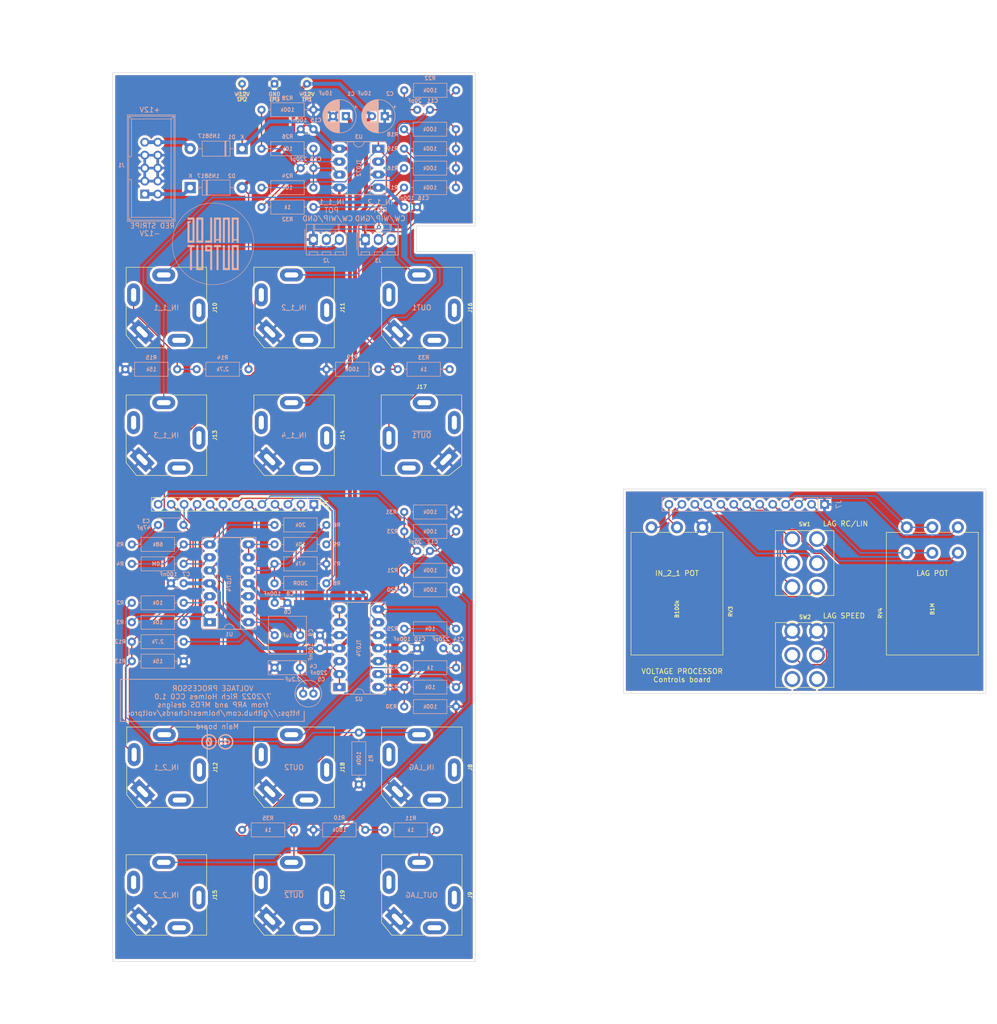
<source format=kicad_pcb>
(kicad_pcb (version 20211014) (generator pcbnew)
  (layers (0 "F.Cu" signal) (31 "B.Cu" signal) (34 "B.Paste" user) (35 "F.Paste" user) (36 "B.SilkS" user "B.Silkscreen") (37 "F.SilkS" user "F.Silkscreen") (38 "B.Mask" user) (39 "F.Mask" user) (44 "Edge.Cuts" user))
  (net 0 "")
  (net 1 "+12V")
  (net 2 "GND")
  (net 3 "-12V")
  (net 4 "/+12_IN")
  (net 5 "/-12_IN")
  (net 6 "/Linear and RC lag/LIN_IN")
  (net 7 "Net-(C3-Pad2)")
  (net 8 "/Linear and RC lag/LAG_RC_WIP")
  (net 9 "/Linear and RC lag/RC_SPEED")
  (net 10 "/Linear and RC lag/LAG_LIN_WIP")
  (net 11 "/Linear and RC lag/LIN_OUT")
  (net 12 "/Summers/IN_1_1_CW")
  (net 13 "/Summers/IN_1_1_WIP")
  (net 14 "/Summers/IN_1_2_CW")
  (net 15 "/Summers/IN_1_2_WIP")
  (net 16 "/Linear and RC lag/LIN_SPEED")
  (net 17 "/Linear and RC lag/LAG_LIN_CCW")
  (net 18 "/Linear and RC lag/LAG_OUT")
  (net 19 "/Linear and RC lag/RC_OUT")
  (net 20 "/Linear and RC lag/LAG_IN")
  (net 21 "/Summers/IN_2_1_WIP")
  (net 22 "GND1")
  (net 23 "/Panel components/RC_SPEED")
  (net 24 "/Panel components/LIN_SPEED")
  (net 25 "/Panel components/LAG_OUT")
  (net 26 "/Panel components/RC_OUT")
  (net 27 "/Panel components/LIN_OUT")
  (net 28 "/Panel components/LAG_IN")
  (net 29 "/Panel components/RC_IN")
  (net 30 "/Panel components/LIN_IN")
  (net 31 "/Panel components/IN_2_1_WIP")
  (net 32 "/Panel components/IN_2_1_CW")
  (net 33 "/Linear and RC lag/IN_LAG_B")
  (net 34 "/Linear and RC lag/OUT_LAG_B")
  (net 35 "/Summers/-10V")
  (net 36 "/Summers/+10V")
  (net 37 "/Summers/IN1_3")
  (net 38 "/Summers/IN1_4")
  (net 39 "/Summers/IN_2_1_CW")
  (net 40 "/Summers/OUT1")
  (net 41 "/Summers/~{OUT1}")
  (net 42 "/Summers/OUT2")
  (net 43 "/Summers/~{OUT2}")
  (net 44 "Net-(U2-Pad6)")
  (net 45 "Net-(C11-Pad1)")
  (net 46 "Net-(C11-Pad2)")
  (net 47 "Net-(C12-Pad1)")
  (net 48 "Net-(C12-Pad2)")
  (net 49 "Net-(C13-Pad1)")
  (net 50 "Net-(C13-Pad2)")
  (net 51 "Net-(C14-Pad1)")
  (net 52 "Net-(C14-Pad2)")
  (net 53 "Net-(R2-Pad2)")
  (net 54 "Net-(R3-Pad1)")
  (net 55 "Net-(R4-Pad2)")
  (net 56 "Net-(R6-Pad2)")
  (net 57 "Net-(R9-Pad1)")
  (net 60 "/Panel components/LAG_RC_WIP")
  (net 61 "/Panel components/LAG_LIN_CCW")
  (net 62 "/Panel components/LAG_LIN_WIP")
  (net 63 "/Summers/IN_2_2")
  (footprint "ao_tht:TestPoint_THTPad_D1.5mm_Drill0.7mm" (layer "F.Cu") (at 102.54 16.18 180)
    (fp_text reference "TP1")
    (fp_text value "-12V")
  )
  (footprint "ao_tht:Board_Marker" (layer "F.Cu") (at 98 14)
    (fp_text reference "B1")
    (fp_text value "Board")
  )
  (footprint "ao_tht:Jack_6.35mm_PJ_629HAN_slots" (layer "F.Cu") (at 100 150 -90)
    (fp_text reference "J18")
    (fp_text value "Jack")
  )
  (footprint "ao_tht:Potentiometer_Alpha_16mm_Dual_Vertical" (layer "F.Cu") (at 225 119 -90)
    (fp_text reference "RV4")
    (fp_text value "B1M")
  )
  (footprint "ao_tht:Jack_6.35mm_PJ_629HAN_slots" (layer "F.Cu") (at 125 175 -90)
    (fp_text reference "J9")
    (fp_text value "Jack")
  )
  (footprint "ao_tht:Jack_6.35mm_PJ_629HAN_slots" (layer "F.Cu") (at 75 175 -90)
    (fp_text reference "J15")
    (fp_text value "Jack")
  )
  (footprint "ao_tht:Jack_6.35mm_PJ_629HAN_slots" (layer "F.Cu") (at 125 150 -90)
    (fp_text reference "J8")
    (fp_text value "Jack")
  )
  (footprint "ao_tht:Jack_6.35mm_PJ_629HAN_slots" (layer "F.Cu") (at 125 85)
    (fp_text reference "J17")
    (fp_text value "Jack")
  )
  (footprint "ao_tht:DPDT-toggle-switch-1M-seriesx" (layer "F.Cu") (at 200 128 180)
    (fp_text reference "SW2")
    (fp_text value "SW_DPDT_x2")
  )
  (footprint "ao_tht:Jack_6.35mm_PJ_629HAN_slots" (layer "F.Cu") (at 100 175 -90)
    (fp_text reference "J19")
    (fp_text value "Jack")
  )
  (footprint "voltproc:voltproc_panel_holes" (layer "F.Cu") (at 200 100)
    (fp_text reference "GRAF1" hide)
    (fp_text value "Holes" hide)
  )
  (footprint "ao_tht:DPDT-toggle-switch-1M-seriesx" (layer "F.Cu") (at 200 110)
    (fp_text reference "SW1")
    (fp_text value "SW_DPDT_x2")
  )
  (footprint "ao_tht:Jack_6.35mm_PJ_629HAN_slots" (layer "F.Cu") (at 75.108 150 -90)
    (fp_text reference "J12")
    (fp_text value "Jack")
  )
  (footprint "ao_tht:Jack_6.35mm_PJ_629HAN_slots" (layer "F.Cu") (at 75 85 -90)
    (fp_text reference "J13")
    (fp_text value "Jack")
  )
  (footprint "ao_tht:Jack_6.35mm_PJ_629HAN_slots" (layer "F.Cu") (at 100 85 -90)
    (fp_text reference "J14")
    (fp_text value "Jack")
  )
  (footprint "ao_tht:TestPoint_THTPad_D1.5mm_Drill0.7mm" (layer "F.Cu") (at 89.84 16.18 180)
    (fp_text reference "TP2")
    (fp_text value "+12V")
  )
  (footprint "ao_tht:Board_Marker" (layer "F.Cu") (at 200 95.5)
    (fp_text reference "B2")
    (fp_text value "Board")
  )
  (footprint "ao_tht:Potentiometer_Alpha_16mm_Single_Vertical" (layer "F.Cu") (at 175 119 -90)
    (fp_text reference "RV3")
    (fp_text value "B100k")
  )
  (footprint "ao_tht:TestPoint_THTPad_D1.5mm_Drill0.7mm" (layer "F.Cu") (at 96.19 16.18 180)
    (fp_text reference "TP3")
    (fp_text value "GND")
  )
  (footprint "Connector_PinHeader_2.54mm:PinHeader_1x13_P2.54mm_Vertical" (layer "F.Cu") (at 103.9 98.5 -90)
    (fp_text reference "J4")
    (fp_text value "Conn_01x13")
  )
  (footprint "ao_tht:Jack_6.35mm_PJ_629HAN_slots" (layer "F.Cu") (at 75 60 -90)
    (fp_text reference "J10")
    (fp_text value "Jack")
  )
  (footprint "ao_tht:Jack_6.35mm_PJ_629HAN_slots" (layer "F.Cu") (at 100 60 -90)
    (fp_text reference "J11")
    (fp_text value "Jack")
  )
  (footprint "ao_tht:Jack_6.35mm_PJ_629HAN_slots" (layer "F.Cu") (at 125 60 -90)
    (fp_text reference "J16")
    (fp_text value "Jack")
  )
  (footprint "ao_tht:R_Axial_DIN0207_L6.3mm_D2.5mm_P10.16mm_Horizontal" (layer "B.Cu") (at 131.75 103.81 180)
    (fp_text reference "R23")
    (fp_text value "100k")
  )
  (footprint "ao_tht:R_Axial_DIN0207_L6.3mm_D2.5mm_P10.16mm_Horizontal" (layer "B.Cu") (at 78.41 129.21 180)
    (fp_text reference "R13")
    (fp_text value "15k")
  )
  (footprint "ao_tht:C_Disc_D3.0mm_W1.6mm_P2.50mm" (layer "B.Cu") (at 124.13 126.67 180)
    (fp_text reference "C10")
    (fp_text value "100nF")
  )
  (footprint "ao_tht:C_Radial_D5.0mm_H11.0mm_P2.00mm" (layer "B.Cu") (at 103.81 135.56 180)
    (fp_text reference "C5")
    (fp_text value "2.2uF")
  )
  (footprint "ao_tht:R_Axial_DIN0207_L6.3mm_D2.5mm_P10.16mm_Horizontal" (layer "B.Cu") (at 66.98 72.06)
    (fp_text reference "R15")
    (fp_text value "15k")
  )
  (footprint "ao_tht:C_Disc_D3.0mm_W1.6mm_P2.50mm" (layer "B.Cu") (at 126.63 107.62 180)
    (fp_text reference "C12")
    (fp_text value "20pF")
  )
  (footprint "ao_tht:R_Axial_DIN0207_L6.3mm_D2.5mm_P10.16mm_Horizontal" (layer "B.Cu") (at 131.75 122.86 180)
    (fp_text reference "R25")
    (fp_text value "10k")
  )
  (footprint "ao_tht:R_Axial_DIN0207_L6.3mm_D2.5mm_P10.16mm_Horizontal" (layer "B.Cu") (at 121.59 138.1)
    (fp_text reference "R30")
    (fp_text value "100k")
  )
  (footprint "ao_tht:R_Axial_DIN0207_L6.3mm_D2.5mm_P10.16mm_Horizontal" (layer "B.Cu") (at 121.59 100)
    (fp_text reference "R31")
    (fp_text value "100k")
  )
  (footprint "ao_tht:R_Axial_DIN0207_L6.3mm_D2.5mm_P10.16mm_Horizontal" (layer "B.Cu") (at 121.55 25.07)
    (fp_text reference "R18")
    (fp_text value "100k")
  )
  (footprint "ao_tht:R_Axial_DIN0207_L6.3mm_D2.5mm_P10.16mm_Horizontal" (layer "B.Cu") (at 93.65 21.26)
    (fp_text reference "R28")
    (fp_text value "100k")
  )
  (footprint "ao_tht:R_Axial_DIN0207_L6.3mm_D2.5mm_P10.16mm_Horizontal" (layer "B.Cu") (at 121.55 32.69)
    (fp_text reference "R16")
    (fp_text value "100k")
  )
  (footprint "ao_tht:R_Axial_DIN0207_L6.3mm_D2.5mm_P10.16mm_Horizontal" (layer "B.Cu") (at 96.19 102.54)
    (fp_text reference "R6")
    (fp_text value "20k")
  )
  (footprint "ao_tht:R_Axial_DIN0207_L6.3mm_D2.5mm_P10.16mm_Horizontal" (layer "B.Cu") (at 131.75 111.43 180)
    (fp_text reference "R21")
    (fp_text value "100k")
  )
  (footprint "ao_tht:R_Axial_DIN0207_L6.3mm_D2.5mm_P10.16mm_Horizontal" (layer "B.Cu") (at 112.7 153.34 90)
    (fp_text reference "R1")
    (fp_text value "100k")
  )
  (footprint "ao_tht:R_Axial_DIN0207_L6.3mm_D2.5mm_P10.16mm_Horizontal" (layer "B.Cu") (at 93.65 40.31)
    (fp_text reference "R32")
    (fp_text value "1k")
  )
  (footprint "ao_tht:C_Disc_D3.0mm_W1.6mm_P2.50mm" (layer "B.Cu") (at 105.08 126.67 90)
    (fp_text reference "C9")
    (fp_text value "100nF")
  )
  (footprint "ao_tht:CP_Radial_D6.3mm_P2.50mm" (layer "B.Cu") (at 110.16 22.53 180)
    (fp_text reference "C1")
    (fp_text value "10uF")
  )
  (footprint "ao_tht:R_Axial_DIN0207_L6.3mm_D2.5mm_P10.16mm_Horizontal" (layer "B.Cu") (at 131.75 17.45 180)
    (fp_text reference "R22")
    (fp_text value "100k")
  )
  (footprint "ao_tht:DIP-14_W7.62mm_Socket_LongPads" (layer "B.Cu") (at 108.9 134.295)
    (fp_text reference "U2")
    (fp_text value "TL074")
  )
  (footprint "ao_tht:C_Disc_D5.0mm_W2.5mm_P5.00mm" (layer "B.Cu") (at 78.38 102.545 180)
    (fp_text reference "C3")
    (fp_text value "47pF")
  )
  (footprint "ao_tht:R_Axial_DIN0207_L6.3mm_D2.5mm_P10.16mm_Horizontal" (layer "B.Cu") (at 68.25 125.4)
    (fp_text reference "R12")
    (fp_text value "2.7k")
  )
  (footprint "ao_tht:Power_Header" (layer "B.Cu") (at 70.79 37.77)
    (fp_text reference "J1")
    (fp_text value "Synth_power_2x5")
  )
  (footprint "ao_tht:analogoutput" (layer "B.Cu") (at 84.166754 47.506251 180)
    (fp_text reference "GRAF3" hide)
    (fp_text value "AO logo" hide)
  )
  (footprint "ao_tht:C_Disc_D3.0mm_W1.6mm_P2.50mm" (layer "B.Cu") (at 131.75 126.67 180)
    (fp_text reference "C14")
    (fp_text value "220pF")
  )
  (footprint "ao_tht:CP_Radial_D6.3mm_P2.50mm" (layer "B.Cu") (at 117.78 22.53 180)
    (fp_text reference "C2")
    (fp_text value "10uF")
  )
  (footprint "ao_tht:R_Axial_DIN0207_L6.3mm_D2.5mm_P10.16mm_Horizontal" (layer "B.Cu") (at 68.25 117.78)
    (fp_text reference "R2")
    (fp_text value "10k")
  )
  (footprint "ao_tht:R_Axial_DIN0207_L6.3mm_D2.5mm_P10.16mm_Horizontal" (layer "B.Cu") (at 96.19 113.97)
    (fp_text reference "R8")
    (fp_text value "200R")
  )
  (footprint "ao_tht:R_Axial_DIN0207_L6.3mm_D2.5mm_P10.16mm_Horizontal" (layer "B.Cu") (at 131.75 130.48 180)
    (fp_text reference "R34")
    (fp_text value "1k")
  )
  (footprint "ao_tht:R_Axial_DIN0207_L6.3mm_D2.5mm_P10.16mm_Horizontal" (layer "B.Cu") (at 96.19 106.35)
    (fp_text reference "R9")
    (fp_text value "10k")
  )
  (footprint "ao_tht:Molex_KK-254_AE-6410-03A_1x03_P2.54mm_Vertical" (layer "B.Cu") (at 103.81 46.66)
    (fp_text reference "J2")
    (fp_text value "3_pin_Molex_header")
  )
  (footprint "ao_tht:C_Disc_D3.0mm_W1.6mm_P2.50mm" (layer "B.Cu") (at 103.81 32.69 180)
    (fp_text reference "C13")
    (fp_text value "220pF")
  )
  (footprint "ao_tht:R_Axial_DIN0207_L6.3mm_D2.5mm_P10.16mm_Horizontal" (layer "B.Cu") (at 80.95 72.06)
    (fp_text reference "R14")
    (fp_text value "2.7k")
  )
  (footprint "ao_tht:R_Axial_DIN0207_L6.3mm_D2.5mm_P10.16mm_Horizontal" (layer "B.Cu") (at 68.25 106.35)
    (fp_text reference "R5")
    (fp_text value "68k")
  )
  (footprint "Connector_PinSocket_2.54mm:PinSocket_1x13_P2.54mm_Vertical" (layer "B.Cu") (at 203.9 98.5 90)
    (fp_text reference "J7")
    (fp_text value "Conn_01x13")
  )
  (footprint "ao_tht:R_Axial_DIN0207_L6.3mm_D2.5mm_P10.16mm_Horizontal" (layer "B.Cu") (at 93.65 36.5)
    (fp_text reference "R24")
    (fp_text value "10k")
  )
  (footprint "ao_tht:C_Rect_L7.2mm_W7.2mm_P5.00mm_FKS2_FKP2_MKS2_MKP2" (layer "B.Cu") (at 101.23 124.13 180)
    (fp_text reference "C6")
    (fp_text value "1uF")
  )
  (footprint "ao_tht:C_Disc_D3.0mm_W1.6mm_P2.50mm" (layer "B.Cu") (at 78.41 113.97 180)
    (fp_text reference "C7")
    (fp_text value "100nF")
  )
  (footprint "ao_tht:Molex_KK-254_AE-6410-03A_1x03_P2.54mm_Vertical" (layer "B.Cu") (at 113.97 46.66)
    (fp_text reference "J3")
    (fp_text value "3_pin_Molex_header")
  )
  (footprint "ao_tht:R_Axial_DIN0207_L6.3mm_D2.5mm_P10.16mm_Horizontal" (layer "B.Cu") (at 113.97 162.23 180)
    (fp_text reference "R10")
    (fp_text value "100k")
  )
  (footprint "ao_tht:C_Disc_D3.0mm_W1.6mm_P2.50mm" (layer "B.Cu") (at 103.81 25.07 180)
    (fp_text reference "C15")
    (fp_text value "100nF")
  )
  (footprint "ao_tht:D_DO-41_SOD81_P10.16mm_Horizontal" (layer "B.Cu") (at 79.68 36.5)
    (fp_text reference "D2")
    (fp_text value "1N5817")
  )
  (footprint "ao_tht:R_Axial_DIN0207_L6.3mm_D2.5mm_P10.16mm_Horizontal" (layer "B.Cu") (at 96.19 110.16)
    (fp_text reference "R7")
    (fp_text value "47k")
  )
  (footprint "ao_tht:C_Disc_D3.0mm_W1.6mm_P2.50mm" (layer "B.Cu") (at 98.73 117.78 180)
    (fp_text reference "C8")
    (fp_text value "100nF")
  )
  (footprint "ao_tht:R_Axial_DIN0207_L6.3mm_D2.5mm_P10.16mm_Horizontal" (layer "B.Cu") (at 117.78 162.23)
    (fp_text reference "R11")
    (fp_text value "1k")
  )
  (footprint "ao_tht:R_Axial_DIN0207_L6.3mm_D2.5mm_P10.16mm_Horizontal" (layer "B.Cu") (at 89.84 162.23)
    (fp_text reference "R35")
    (fp_text value "1k")
  )
  (footprint "ao_tht:R_Axial_DIN0207_L6.3mm_D2.5mm_P10.16mm_Horizontal" (layer "B.Cu") (at 121.55 36.5)
    (fp_text reference "R17")
    (fp_text value "100k")
  )
  (footprint "ao_tht:R_Axial_DIN0207_L6.3mm_D2.5mm_P10.16mm_Horizontal" (layer "B.Cu") (at 116.51 72.06 180)
    (fp_text reference "R29")
    (fp_text value "100k")
  )
  (footprint "ao_tht:DIP-8_W7.62mm_Socket_LongPads" (layer "B.Cu") (at 116.51 28.88 180)
    (fp_text reference "U3")
    (fp_text value "TL072")
  )
  (footprint "ao_tht:R_Axial_DIN0207_L6.3mm_D2.5mm_P10.16mm_Horizontal" (layer "B.Cu") (at 68.25 121.59)
    (fp_text reference "R3")
    (fp_text value "10k")
  )
  (footprint "ao_tht:CC0_logo" (layer "B.Cu") (at 85 145 180)
    (fp_text reference "GRAF2" hide)
    (fp_text value "CC0 logo" hide)
  )
  (footprint "ao_tht:R_Axial_DIN0207_L6.3mm_D2.5mm_P10.16mm_Horizontal" (layer "B.Cu") (at 120.32 72.06)
    (fp_text reference "R33")
    (fp_text value "1k")
  )
  (footprint "ao_tht:C_Disc_D3.0mm_W1.6mm_P2.50mm" (layer "B.Cu") (at 126.63 21.26 180)
    (fp_text reference "C11")
    (fp_text value "20pF")
  )
  (footprint "ao_tht:R_Axial_DIN0207_L6.3mm_D2.5mm_P10.16mm_Horizontal" (layer "B.Cu") (at 78.41 110.16 180)
    (fp_text reference "R4")
    (fp_text value "10M")
  )
  (footprint "ao_tht:R_Axial_DIN0207_L6.3mm_D2.5mm_P10.16mm_Horizontal" (layer "B.Cu") (at 121.55 28.88)
    (fp_text reference "R19")
    (fp_text value "100k")
  )
  (footprint "ao_tht:D_DO-41_SOD81_P10.16mm_Horizontal" (layer "B.Cu") (at 89.84 28.88 180)
    (fp_text reference "D1")
    (fp_text value "1N5817")
  )
  (footprint "ao_tht:R_Axial_DIN0207_L6.3mm_D2.5mm_P10.16mm_Horizontal" (layer "B.Cu") (at 131.75 115.24 180)
    (fp_text reference "R20")
    (fp_text value "100k")
  )
  (footprint "ao_tht:C_Disc_D3.0mm_W1.6mm_P2.50mm" (layer "B.Cu") (at 124.09 40.31 180)
    (fp_text reference "C16")
    (fp_text value "100nF")
  )
  (footprint "ao_tht:DIP-14_W7.62mm_Socket_LongPads" (layer "B.Cu") (at 83.5 121.595)
    (fp_text reference "U1")
    (fp_text value "TL074")
  )
  (footprint "ao_tht:R_Axial_DIN0207_L6.3mm_D2.5mm_P10.16mm_Horizontal" (layer "B.Cu") (at 131.75 134.29 180)
    (fp_text reference "R27")
    (fp_text value "10k")
  )
  (footprint "ao_tht:R_Axial_DIN0207_L6.3mm_D2.5mm_P10.16mm_Horizontal" (layer "B.Cu") (at 103.81 28.88 180)
    (fp_text reference "R26")
    (fp_text value "10k")
  )
  (footprint "ao_tht:C_Rect_L7.2mm_W2.5mm_P5.00mm_FKS2_FKP2_MKS2_MKP2" (layer "B.Cu") (at 101.19 130.48 180)
    (fp_text reference "C4")
    (fp_text value "220nF")
  )
  (gr_line (start 102 141) (end 102 139) (layer "B.SilkS") (width 0.15))
  (gr_line (start 66 132.766) (end 66 141) (layer "B.SilkS") (width 0.15))
  (gr_line (start 98 132.766) (end 66 132.766) (layer "B.SilkS") (width 0.15))
  (gr_line (start 66 141) (end 102 141) (layer "B.SilkS") (width 0.15))
  (gr_line (start 135.5 44) (end 124 44) (layer "Edge.Cuts") (width 0.1))
  (gr_line (start 135.5 101) (end 135.5 188) (layer "Edge.Cuts") (width 0.1))
  (gr_line (start 124 49) (end 135.5 49) (layer "Edge.Cuts") (width 0.1))
  (gr_line (start 135.5 96) (end 135.5 101) (layer "Edge.Cuts") (width 0.1))
  (gr_line (start 124 44) (end 124 49) (layer "Edge.Cuts") (width 0.1))
  (gr_rect (start 164.5 95.5) (end 235.5 135.5) (layer "Edge.Cuts") (width 0.1) (fill none))
  (gr_line (start 64.5 188) (end 64.5 14) (layer "Edge.Cuts") (width 0.1))
  (gr_line (start 135.5 188) (end 64.5 188) (layer "Edge.Cuts") (width 0.1))
  (gr_line (start 135.5 49) (end 135.5 96) (layer "Edge.Cuts") (width 0.1))
  (gr_line (start 135.5 14) (end 135.5 44) (layer "Edge.Cuts") (width 0.1))
  (gr_line (start 64.5 14) (end 135.5 14) (layer "Edge.Cuts") (width 0.1))
  (gr_text "~{OUT1}" (at 125 85) (layer "B.SilkS") (effects (font (size 1 1)) (justify mirror)))
  (gr_text "VOLTAGE PROCESSOR\n7/2022 Rich Holmes CC0 1.0\nfrom ARP and MFOS designs\nhttps://github.com/holmesrichards/voltproc" (at 84.125 136.957) (layer "B.SilkS") (effects (font (size 1 1)) (justify mirror)))
  (gr_text "IN_2_2" (at 75 175) (layer "B.SilkS") (effects (font (size 1 1)) (justify mirror)))
  (gr_text "~{OUT2}" (at 100 175) (layer "B.SilkS") (effects (font (size 1 1)) (justify mirror)))
  (gr_text "IN_2_1" (at 75 150) (layer "B.SilkS") (effects (font (size 1 1)) (justify mirror)))
  (gr_text "Main board\n" (at 85 142) (layer "B.SilkS") (effects (font (size 1 1)) (justify mirror)))
  (gr_text "IN_1_1" (at 75 60) (layer "B.SilkS") (effects (font (size 1 1)) (justify mirror)))
  (gr_text "IN_1_1\nPOT\n  CW/WIP/GND" (at 107.366 40.945) (layer "B.SilkS") (effects (font (size 1 1)) (justify mirror)))
  (gr_text "IN_1_2" (at 100 60) (layer "B.SilkS") (effects (font (size 1 1)) (justify mirror)))
  (gr_text "IN_LAG" (at 125 150) (layer "B.SilkS") (effects (font (size 1 1)) (justify mirror)))
  (gr_text "IN_1_4" (at 100 85) (layer "B.SilkS") (effects (font (size 1 1)) (justify mirror)))
  (gr_text "IN_1_2\nPOT\nCW/WIP/GND" (at 116.891 40.945) (layer "B.SilkS") (effects (font (size 1 1)) (justify mirror)))
  (gr_text "OUT1" (at 125 60) (layer "B.SilkS") (effects (font (size 1 1)) (justify mirror)))
  (gr_text "OUT_LAG" (at 125 175) (layer "B.SilkS") (effects (font (size 1 1)) (justify mirror)))
  (gr_text "OUT2" (at 100 150) (layer "B.SilkS") (effects (font (size 1 1)) (justify mirror)))
  (gr_text "IN_1_3" (at 75 85) (layer "B.SilkS") (effects (font (size 1 1)) (justify mirror)))
  (gr_text "LAG SPEED" (at 207.696 120.32) (layer "F.SilkS") (effects (font (size 1 1))))
  (gr_text "VOLTAGE PROCESSOR\nControls board" (at 176 132) (layer "F.SilkS") (effects (font (size 1 1))))
  (gr_text "IN_2_1 POT" (at 175 112) (layer "F.SilkS") (effects (font (size 1 1))))
  (gr_text "LAG RC/LIN" (at 208 102.286) (layer "F.SilkS") (effects (font (size 1 1))))
  (gr_text "LAG POT" (at 225 112) (layer "F.SilkS") (effects (font (size 1 1))))
  (segment (start 110.950998 23.320998) (end 110.950998 124.624002) (width 0.75) (layer "F.Cu") (net 1))
  (segment (start 110.950998 124.624002) (end 108.9 126.675) (width 0.75) (layer "F.Cu") (net 1))
  (segment (start 89.84 16.18) (end 89.84 28.88) (width 0.25) (layer "F.Cu") (net 1))
  (segment (start 108.89 28.88) (end 110.922 28.88) (width 0.75) (layer "F.Cu") (net 1))
  (segment (start 110.16 22.53) (end 110.950998 23.320998) (width 0.75) (layer "F.Cu") (net 1))
  (segment (start 85.32452 118.214095) (end 85.32452 115.79952) (width 0.75) (layer "B.Cu") (net 1))
  (segment (start 83.5 113.975) (end 78.415 113.975) (width 0.75) (layer "B.Cu") (net 1))
  (segment (start 78.41 125.4) (end 89.205 125.4) (width 0.25) (layer "B.Cu") (net 1))
  (segment (start 93.780425 126.67) (end 90.857713 123.747287) (width 0.75) (layer "B.Cu") (net 1))
  (segment (start 89.205 125.4) (end 90.857713 123.747287) (width 0.25) (layer "B.Cu") (net 1))
  (segment (start 90.857713 123.747287) (end 85.32452 118.214095) (width 0.75) (layer "B.Cu") (net 1))
  (segment (start 105.08 126.67) (end 93.780425 126.67) (width 0.75) (layer "B.Cu") (net 1))
  (segment (start 108.89 28.88) (end 107.62 28.88) (width 0.75) (layer "B.Cu") (net 1))
  (segment (start 107.62 28.88) (end 103.81 25.07) (width 0.75) (layer "B.Cu") (net 1))
  (segment (start 95.174 23.546) (end 89.84 28.88) (width 0.75) (layer "B.Cu") (net 1))
  (segment (start 103.81 25.07) (end 102.286 23.546) (width 0.75) (layer "B.Cu") (net 1))
  (segment (start 85.32452 115.79952) (end 83.5 113.975) (width 0.75) (layer "B.Cu") (net 1))
  (segment (start 102.286 23.546) (end 95.174 23.546) (width 0.75) (layer "B.Cu") (net 1))
  (segment (start 108.9 126.675) (end 105.085 126.675) (width 0.75) (layer "B.Cu") (net 1))
  (segment (start 114.1055 124.6605) (end 114.1055 116.256) (width 0.75) (layer "F.Cu") (net 3))
  (segment (start 91.11 72.06) (end 91.11 37.77) (width 0.25) (layer "F.Cu") (net 3))
  (segment (start 111.950499 42.489547) (end 111.950499 114.100999) (width 0.75) (layer "F.Cu") (net 3))
  (segment (start 89.84 36.5) (end 99.885489 26.454511) (width 0.75) (layer "F.Cu") (net 3))
  (segment (start 115.28 22.53) (end 114.1055 23.7045) (width 0.75) (layer "F.Cu") (net 3))
  (segment (start 99.885489 26.454511) (end 99.885489 18.834511) (width 0.75) (layer "F.Cu") (net 3))
  (segment (start 99.885489 18.834511) (end 102.54 16.18) (width 0.75) (layer "F.Cu") (net 3))
  (segment (start 114.1055 23.7045) (end 114.1055 40.334546) (width 0.75) (layer "F.Cu") (net 3))
  (segment (start 114.1055 40.334546) (end 111.950499 42.489547) (width 0.75) (layer "F.Cu") (net 3))
  (segment (start 91.11 37.77) (end 89.84 36.5) (width 0.25) (layer "F.Cu") (net 3))
  (segment (start 111.950499 114.100999) (end 114.1055 116.256) (width 0.75) (layer "F.Cu") (net 3))
  (segment (start 116.12 126.675) (end 114.1055 124.6605) (width 0.75) (layer "F.Cu") (net 3))
  (segment (start 116.51 36.5) (end 114.097 36.5) (width 0.75) (layer "F.Cu") (net 3))
  (via (at 114.1055 116.256) (size 0.8) (drill 0.4) (layers "F.Cu" "B.Cu") (net 3))
  (segment (start 117.78 36.5) (end 116.51 36.5) (width 0.75) (layer "B.Cu") (net 3))
  (segment (start 121.59 40.31) (end 117.78 36.5) (width 0.75) (layer "B.Cu") (net 3))
  (segment (start 96.23 117.78) (end 96.23 116.597) (width 0.75) (layer "B.Cu") (net 3))
  (segment (start 114.006011 116.355489) (end 114.1055 116.256) (width 0.75) (layer "B.Cu") (net 3))
  (segment (start 96.23 116.597) (end 96.471511 116.355489) (width 0.75) (layer "B.Cu") (net 3))
  (segment (start 121.63 126.67) (end 116.525 126.67) (width 0.75) (layer "B.Cu") (net 3))
  (segment (start 115.28 22.53) (end 108.93 16.18) (width 0.75) (layer "B.Cu") (net 3))
  (segment (start 93.500489 116.355489) (end 91.12 113.975) (width 0.75) (layer "B.Cu") (net 3))
  (segment (start 108.93 16.18) (end 102.54 16.18) (width 0.75) (layer "B.Cu") (net 3))
  (segment (start 96.471511 116.355489) (end 93.500489 116.355489) (width 0.75) (layer "B.Cu") (net 3))
  (segment (start 96.471511 116.355489) (end 114.006011 116.355489) (width 0.75) (layer "B.Cu") (net 3))
  (segment (start 70.79 27.61) (end 73.33 27.61) (width 0.75) (layer "B.Cu") (net 4))
  (segment (start 78.41 27.61) (end 79.68 28.88) (width 0.75) (layer "B.Cu") (net 4))
  (segment (start 73.33 27.61) (end 78.41 27.61) (width 0.75) (layer "B.Cu") (net 4))
  (segment (start 78.41 37.77) (end 79.68 36.5) (width 0.75) (layer "B.Cu") (net 5))
  (segment (start 70.79 37.77) (end 73.33 37.77) (width 0.75) (layer "B.Cu") (net 5))
  (segment (start 73.33 37.77) (end 78.41 37.77) (width 0.75) (layer "B.Cu") (net 5))
  (segment (start 78.38 102.545) (end 79.68 103.845) (width 0.25) (layer "F.Cu") (net 6))
  (segment (start 79.68 108.89) (end 78.41 110.16) (width 0.25) (layer "F.Cu") (net 6))
  (segment (start 79.68 103.845) (end 79.68 108.89) (width 0.25) (layer "F.Cu") (net 6))
  (segment (start 78.5 98.5) (end 78.5 102.425) (width 0.25) (layer "B.Cu") (net 6))
  (segment (start 78.41 110.16) (end 82.235 110.16) (width 0.25) (layer "B.Cu") (net 6))
  (segment (start 82.235 110.16) (end 83.5 108.895) (width 0.25) (layer "B.Cu") (net 6))
  (segment (start 69.575 106.35) (end 73.38 102.545) (width 0.25) (layer "B.Cu") (net 7))
  (segment (start 68.25 106.35) (end 69.575 106.35) (width 0.25) (layer "B.Cu") (net 7))
  (segment (start 102.354511 119.144811) (end 101.36 118.1503) (width 0.25) (layer "F.Cu") (net 8))
  (segment (start 101.19 126.75) (end 102.354511 125.585489) (width 0.25) (layer "F.Cu") (net 8))
  (segment (start 101.36 118.1503) (end 101.36 98.5) (width 0.25) (layer "F.Cu") (net 8))
  (segment (start 102.354511 125.585489) (end 102.354511 119.144811) (width 0.25) (layer "F.Cu") (net 8))
  (segment (start 101.19 130.48) (end 101.19 126.75) (width 0.25) (layer "F.Cu") (net 8))
  (segment (start 103.81 134.305) (end 108.9 129.215) (width 0.25) (layer "B.Cu") (net 8))
  (segment (start 103.81 134.29) (end 103.81 134.417) (width 0.25) (layer "B.Cu") (net 8))
  (segment (start 101.19 130.48) (end 101.19 131.67) (width 0.25) (layer "B.Cu") (net 8))
  (segment (start 103.81 134.417) (end 103.81 134.305) (width 0.25) (layer "B.Cu") (net 8))
  (segment (start 101.19 131.67) (end 103.81 134.29) (width 0.25) (layer "B.Cu") (net 8))
  (segment (start 103.81 135.56) (end 103.81 134.417) (width 0.25) (layer "B.Cu") (net 8))
  (segment (start 92.69452 99.99452) (end 91.2 98.5) (width 0.25) (layer "F.Cu") (net 9))
  (segment (start 92.69452 124.82552) (end 92.69452 99.99452) (width 0.25) (layer "F.Cu") (net 9))
  (segment (start 101.81 135.56) (end 101.81 133.941) (width 0.25) (layer "F.Cu") (net 9))
  (segment (start 101.81 133.941) (end 92.69452 124.82552) (width 0.25) (layer "F.Cu") (net 9))
  (segment (start 100.430001 118.210001) (end 100.430001 102.650001) (width 0.25) (layer "F.Cu") (net 10))
  (segment (start 101.23 124.13) (end 101.23 119.01) (width 0.25) (layer "F.Cu") (net 10))
  (segment (start 100.430001 102.650001) (end 96.28 98.5) (width 0.25) (layer "F.Cu") (net 10))
  (segment (start 101.23 119.01) (end 100.430001 118.210001) (width 0.25) (layer "F.Cu") (net 10))
  (segment (start 91.12 119.055) (end 93.147 121.082) (width 0.25) (layer "B.Cu") (net 10))
  (segment (start 93.147 121.082) (end 98.182 121.082) (width 0.25) (layer "B.Cu") (net 10))
  (segment (start 98.182 121.082) (end 101.23 124.13) (width 0.25) (layer "B.Cu") (net 10))
  (segment (start 83.5 111.435) (end 85.378683 109.556317) (width 0.25) (layer "F.Cu") (net 11))
  (segment (start 85.378683 100.298683) (end 83.58 98.5) (width 0.25) (layer "F.Cu") (net 11))
  (segment (start 85.378683 109.556317) (end 85.378683 100.298683) (width 0.25) (layer "F.Cu") (net 11))
  (segment (start 93.695 121.595) (end 96.23 124.13) (width 0.25) (layer "B.Cu") (net 11))
  (segment (start 91.12 121.595) (end 93.695 121.595) (width 0.25) (layer "B.Cu") (net 11))
  (segment (start 86.074031 117.570031) (end 86.074031 114.009031) (width 0.25) (layer "B.Cu") (net 11))
  (segment (start 86.074031 114.009031) (end 83.5 111.435) (width 0.25) (layer "B.Cu") (net 11))
  (segment (start 90.099 121.595) (end 86.074031 117.570031) (width 0.25) (layer "B.Cu") (net 11))
  (segment (start 80.015 48.085) (end 107.465 48.085) (width 0.25) (layer "B.Cu") (net 12))
  (segment (start 107.465 48.085) (end 108.89 46.66) (width 0.25) (layer "B.Cu") (net 12))
  (segment (start 74.5 53.6) (end 80.015 48.085) (width 0.25) (layer "B.Cu") (net 12))
  (segment (start 116.637 41.413) (end 116.637 44.247) (width 0.25) (layer "F.Cu") (net 13))
  (segment (start 121.55 36.5) (end 116.637 41.413) (width 0.25) (layer "F.Cu") (net 13))
  (via (at 116.637 44.247) (size 0.8) (drill 0.4) (layers "F.Cu" "B.Cu") (net 13))
  (segment (start 106.35 46.66) (end 108.382 44.628) (width 0.25) (layer "B.Cu") (net 13))
  (segment (start 116.256 44.628) (end 116.637 44.247) (width 0.25) (layer "B.Cu") (net 13))
  (segment (start 108.382 44.628) (end 116.256 44.628) (width 0.25) (layer "B.Cu") (net 13))
  (segment (start 99.5 53.6) (end 112.11 53.6) (width 0.25) (layer "B.Cu") (net 14))
  (segment (start 112.11 53.6) (end 119.05 46.66) (width 0.25) (layer "B.Cu") (net 14))
  (segment (start 118.034 45.136) (end 116.51 46.66) (width 0.25) (layer "F.Cu") (net 15))
  (segment (start 121.864 45.136) (end 118.034 45.136) (width 0.25) (layer "F.Cu") (net 15))
  (segment (start 126.67 40.33) (end 121.864 45.136) (width 0.25) (layer "F.Cu") (net 15))
  (segment (start 121.55 28.88) (end 126.67 34) (width 0.25) (layer "F.Cu") (net 15))
  (segment (start 126.67 34) (end 126.67 40.33) (width 0.25) (layer "F.Cu") (net 15))
  (segment (start 105.260705 96.875979) (end 95.364021 96.875979) (width 0.25) (layer "B.Cu") (net 16))
  (segment (start 95.364021 96.875979) (end 93.74 98.5) (width 0.25) (layer "B.Cu") (net 16))
  (segment (start 107.924021 99.539295) (end 105.260705 96.875979) (width 0.25) (layer "B.Cu") (net 16))
  (segment (start 107.924021 112.395979) (end 107.924021 99.539295) (width 0.25) (layer "B.Cu") (net 16))
  (segment (start 106.35 113.97) (end 107.924021 112.395979) (width 0.25) (layer "B.Cu") (net 16))
  (segment (start 107.474511 105.225489) (end 107.474511 99.725489) (width 0.25) (layer "B.Cu") (net 17))
  (segment (start 107.474511 99.725489) (end 105.074511 97.325489) (width 0.25) (layer "B.Cu") (net 17))
  (segment (start 105.074511 97.325489) (end 99.994511 97.325489) (width 0.25) (layer "B.Cu") (net 17))
  (segment (start 99.994511 97.325489) (end 98.82 98.5) (width 0.25) (layer "B.Cu") (net 17))
  (segment (start 106.35 106.35) (end 107.474511 105.225489) (width 0.25) (layer "B.Cu") (net 17))
  (segment (start 112.845 161.105) (end 113.97 162.23) (width 0.25) (layer "F.Cu") (net 18))
  (segment (start 97.284009 163.355) (end 99.534009 161.105) (width 0.25) (layer "F.Cu") (net 18))
  (segment (start 86.157 98.537) (end 86.157 160.198) (width 0.25) (layer "F.Cu") (net 18))
  (segment (start 86.157 160.198) (end 89.314 163.355) (width 0.25) (layer "F.Cu") (net 18))
  (segment (start 99.534009 161.105) (end 112.845 161.105) (width 0.25) (layer "F.Cu") (net 18))
  (segment (start 89.314 163.355) (end 97.284009 163.355) (width 0.25) (layer "F.Cu") (net 18))
  (segment (start 113.97 162.23) (end 117.78 162.23) (width 0.25) (layer "B.Cu") (net 18))
  (segment (start 104.945489 97.325489) (end 107.474511 99.854511) (width 0.25) (layer "F.Cu") (net 19))
  (segment (start 89.834511 97.325489) (end 104.945489 97.325489) (width 0.25) (layer "F.Cu") (net 19))
  (segment (start 88.66 98.5) (end 89.834511 97.325489) (width 0.25) (layer "F.Cu") (net 19))
  (segment (start 108.9 134.295) (end 108.9 131.755) (width 0.25) (layer "F.Cu") (net 19))
  (segment (start 107.474511 114.435789) (end 106.477 115.4333) (width 0.25) (layer "F.Cu") (net 19))
  (segment (start 107.474511 99.854511) (end 107.474511 114.435789) (width 0.25) (layer "F.Cu") (net 19))
  (segment (start 106.477 115.4333) (end 106.477 129.332) (width 0.25) (layer "F.Cu") (net 19))
  (segment (start 106.477 129.332) (end 108.9 131.755) (width 0.25) (layer "F.Cu") (net 19))
  (segment (start 78.41 120.701) (end 80.696 118.415) (width 0.25) (layer "F.Cu") (net 20))
  (segment (start 80.696 118.415) (end 80.696 98.844) (width 0.25) (layer "F.Cu") (net 20))
  (segment (start 78.41 121.59) (end 78.41 120.701) (width 0.25) (layer "F.Cu") (net 20))
  (segment (start 121.724811 101.124511) (end 131.75 111.1497) (width 0.25) (layer "B.Cu") (net 21))
  (segment (start 121.124211 101.124511) (end 121.724811 101.124511) (width 0.25) (layer "B.Cu") (net 21))
  (segment (start 73.42 98.5) (end 75.493542 96.426458) (width 0.25) (layer "B.Cu") (net 21))
  (segment (start 116.426158 96.426458) (end 121.124211 101.124511) (width 0.25) (layer "B.Cu") (net 21))
  (segment (start 75.493542 96.426458) (end 116.426158 96.426458) (width 0.25) (layer "B.Cu") (net 21))
  (segment (start 191.2 98.5) (end 196.125489 103.425489) (width 0.25) (layer "F.Cu") (net 23))
  (segment (start 203.191449 108.125489) (end 205.918 110.85204) (width 0.25) (layer "F.Cu") (net 23))
  (segment (start 201.851489 108.125489) (end 203.191449 108.125489) (width 0.25) (layer "F.Cu") (net 23))
  (segment (start 205.918 110.85204) (end 205.918 124.497) (width 0.25) (layer "F.Cu") (net 23))
  (segment (start 198.361449 103.425489) (end 199.459511 104.523551) (width 0.25) (layer "F.Cu") (net 23))
  (segment (start 205.918 124.497) (end 202.415 128) (width 0.25) (layer "F.Cu") (net 23))
  (segment (start 199.459511 104.523551) (end 199.459511 105.733511) (width 0.25) (layer "F.Cu") (net 23))
  (segment (start 199.459511 105.733511) (end 201.851489 108.125489) (width 0.25) (layer "F.Cu") (net 23))
  (segment (start 196.125489 103.425489) (end 198.361449 103.425489) (width 0.25) (layer "F.Cu") (net 23))
  (segment (start 199.949 105.48496) (end 202.140018 107.675978) (width 0.25) (layer "F.Cu") (net 24))
  (segment (start 204.29 127.223349) (end 204.29 128.776651) (width 0.25) (layer "F.Cu") (net 24))
  (segment (start 206.367511 110.665847) (end 206.367511 124.683193) (width 0.25) (layer "F.Cu") (net 24))
  (segment (start 203.19214 129.874511) (end 199.459511 129.874511) (width 0.25) (layer "F.Cu") (net 24))
  (segment (start 199.949 104.377336) (end 199.949 105.48496) (width 0.25) (layer "F.Cu") (net 24))
  (segment (start 204.267 127.200349) (end 204.29 127.223349) (width 0.25) (layer "F.Cu") (net 24))
  (segment (start 198.215978 102.975978) (end 198.547643 102.975979) (width 0.25) (layer "F.Cu") (net 24))
  (segment (start 199.459511 129.874511) (end 197.585 128) (width 0.25) (layer "F.Cu") (net 24))
  (segment (start 204.267 126.783704) (end 204.267 127.200349) (width 0.25) (layer "F.Cu") (net 24))
  (segment (start 198.547643 102.975979) (end 199.949 104.377336) (width 0.25) (layer "F.Cu") (net 24))
  (segment (start 206.367511 124.683193) (end 204.267 126.783704) (width 0.25) (layer "F.Cu") (net 24))
  (segment (start 204.29 128.776651) (end 203.19214 129.874511) (width 0.25) (layer "F.Cu") (net 24))
  (segment (start 203.377643 107.675979) (end 206.367511 110.665847) (width 0.25) (layer "F.Cu") (net 24))
  (segment (start 193.74 98.5) (end 198.215978 102.975978) (width 0.25) (layer "F.Cu") (net 24))
  (segment (start 202.140018 107.675978) (end 203.377643 107.675979) (width 0.25) (layer "F.Cu") (net 24))
  (segment (start 195.710489 108.125489) (end 197.585 110) (width 0.25) (layer "F.Cu") (net 25))
  (segment (start 195.710489 104.396081) (end 195.710489 108.125489) (width 0.25) (layer "F.Cu") (net 25))
  (segment (start 187.709031 100.124031) (end 191.438439 100.124031) (width 0.25) (layer "F.Cu") (net 25))
  (segment (start 191.438439 100.124031) (end 195.710489 104.396081) (width 0.25) (layer "F.Cu") (net 25))
  (segment (start 186.12 98.535) (end 187.709031 100.124031) (width 0.25) (layer "F.Cu") (net 25))
  (segment (start 188.66 98.5) (end 189.834511 99.674511) (width 0.25) (layer "F.Cu") (net 26))
  (segment (start 189.834511 99.674511) (end 191.738793 99.674511) (width 0.25) (layer "F.Cu") (net 26))
  (segment (start 191.738793 99.674511) (end 197.364282 105.3) (width 0.25) (layer "F.Cu") (net 26))
  (segment (start 195.191511 112.306511) (end 197.585 114.7) (width 0.25) (layer "F.Cu") (net 27))
  (segment (start 191.372194 100.69349) (end 195.191511 104.512807) (width 0.25) (layer "F.Cu") (net 27))
  (segment (start 195.191511 104.512807) (end 195.191511 112.306511) (width 0.25) (layer "F.Cu") (net 27))
  (segment (start 185.77349 100.69349) (end 191.372194 100.69349) (width 0.25) (layer "F.Cu") (net 27))
  (segment (start 183.58 98.5) (end 185.77349 100.69349) (width 0.25) (layer "F.Cu") (net 27))
  (segment (start 190.665489 108.125489) (end 200.540489 108.125489) (width 0.25) (layer "B.Cu") (net 28))
  (segment (start 181.04 98.5) (end 190.665489 108.125489) (width 0.25) (layer "B.Cu") (net 28))
  (segment (start 200.540489 108.125489) (end 202.415 110) (width 0.25) (layer "B.Cu") (net 28))
  (segment (start 202.415 105.3) (end 206.69 109.575) (width 0.25) (layer "B.Cu") (net 29))
  (segment (start 206.69 109.575) (end 228.425 109.575) (width 0.25) (layer "B.Cu") (net 29))
  (segment (start 228.425 109.575) (end 230 108) (width 0.25) (layer "B.Cu") (net 29))
  (segment (start 194.742 104.699) (end 194.742 114.50796) (width 0.25) (layer "F.Cu") (net 30))
  (segment (start 184.201 99.873) (end 185.471 101.143) (width 0.25) (layer "F.Cu") (net 30))
  (segment (start 200.540489 116.574511) (end 202.415 114.7) (width 0.25) (layer "F.Cu") (net 30))
  (segment (start 185.471 101.143) (end 191.186 101.143) (width 0.25) (layer "F.Cu") (net 30))
  (segment (start 178.5 98.5) (end 179.873 99.873) (width 0.25) (layer "F.Cu") (net 30))
  (segment (start 191.186 101.143) (end 194.742 104.699) (width 0.25) (layer "F.Cu") (net 30))
  (segment (start 194.742 114.50796) (end 196.808551 116.574511) (width 0.25) (layer "F.Cu") (net 30))
  (segment (start 196.808551 116.574511) (end 200.540489 116.574511) (width 0.25) (layer "F.Cu") (net 30))
  (segment (start 179.873 99.873) (end 184.201 99.873) (width 0.25) (layer "F.Cu") (net 30))
  (segment (start 173.42 101.42) (end 175 103) (width 0.25) (layer "F.Cu") (net 31))
  (segment (start 173.42 98.5) (end 173.42 101.42) (width 0.25) (layer "F.Cu") (net 31))
  (segment (start 171.46 103) (end 175.96 98.5) (width 0.25) (layer "B.Cu") (net 32))
  (segment (start 170 103) (end 171.46 103) (width 0.25) (layer "B.Cu") (net 32))
  (segment (start 97.66162 145.624031) (end 96.963069 144.92548) (width 0.25) (layer "B.Cu") (net 33))
  (segment (start 103.782411 143.18) (end 101.33838 145.624031) (width 0.25) (layer "B.Cu") (net 33))
  (segment (start 76.53752 144.92548) (end 76.288 145.175) (width 0.25) (layer "B.Cu") (net 33))
  (segment (start 72.15 145.175) (end 67.125489 140.150489) (width 0.25) (layer "B.Cu") (net 33))
  (segment (start 112.7 143.18) (end 124.08 143.18) (width 0.25) (layer "B.Cu") (net 33))
  (segment (start 112.7 143.18) (end 103.782411 143.18) (width 0.25) (layer "B.Cu") (net 33))
  (segment (start 76.288 145.175) (end 72.15 145.175) (width 0.25) (layer "B.Cu") (net 33))
  (segment (start 96.963069 144.92548) (end 76.53752 144.92548) (width 0.25) (layer "B.Cu") (net 33))
  (segment (start 67.125489 118.904511) (end 68.25 117.78) (width 0.25) (layer "B.Cu") (net 33))
  (segment (start 101.33838 145.624031) (end 97.66162 145.624031) (width 0.25) (layer "B.Cu") (net 33))
  (segment (start 67.125489 140.150489) (end 67.125489 118.904511) (width 0.25) (layer "B.Cu") (net 33))
  (segment (start 124.5 165.67) (end 127.94 162.23) (width 0.25) (layer "F.Cu") (net 34))
  (segment (start 124.5 168.6) (end 124.5 165.67) (width 0.25) (layer "F.Cu") (net 34))
  (segment (start 68.6 60.853292) (end 68.6 57.5) (width 0.25) (layer "F.Cu") (net 35))
  (segment (start 77.14 69.393292) (end 68.6 60.853292) (width 0.25) (layer "F.Cu") (net 35))
  (segment (start 77.14 72.06) (end 77.14 69.393292) (width 0.25) (layer "F.Cu") (net 35))
  (segment (start 77.14 72.06) (end 80.95 72.06) (width 0.25) (layer "B.Cu") (net 35))
  (segment (start 68.708 147.5) (end 67.02548 145.81748) (width 0.25) (layer "F.Cu") (net 36))
  (segment (start 68.25 125.4) (end 74.6 119.05) (width 0.25) (layer "F.Cu") (net 36))
  (segment (start 74.6 119.05) (end 74.6 89.073293) (width 0.25) (layer "F.Cu") (net 36))
  (segment (start 90.343293 73.33) (end 91.50101 73.33) (width 0.25) (layer "F.Cu") (net 36))
  (segment (start 92.38 72.45101) (end 92.38 58.72) (width 0.25) (layer "F.Cu") (net 36))
  (segment (start 68.25 129.21) (end 68.25 125.4) (width 0.25) (layer "F.Cu") (net 36))
  (segment (start 91.50101 73.33) (end 92.38 72.45101) (width 0.25) (layer "F.Cu") (net 36))
  (segment (start 92.38 58.72) (end 93.6 57.5) (width 0.25) (layer "F.Cu") (net 36))
  (segment (start 67.02548 145.81748) (end 67.02548 130.43452) (width 0.25) (layer "F.Cu") (net 36))
  (segment (start 67.02548 130.43452) (end 68.25 129.21) (width 0.25) (layer "F.Cu") (net 36))
  (segment (start 74.6 89.073293) (end 90.343293 73.33) (width 0.25) (layer "F.Cu") (net 36))
  (segment (start 84.031646 38.405) (end 112.543978 38.405) (width 0.25) (layer "B.Cu") (net 37))
  (segment (start 112.543978 38.405) (end 115.864458 35.08452) (width 0.25) (layer "B.Cu") (net 37))
  (segment (start 119.15548 35.08452) (end 121.55 32.69) (width 0.25) (layer "B.Cu") (net 37))
  (segment (start 74.5 78.6) (end 74.5 59.5) (width 0.25) (layer "B.Cu") (net 37))
  (segment (start 70.5 55.5) (end 70.5 51.936646) (width 0.25) (layer "B.Cu") (net 37))
  (segment (start 74.5 59.5) (end 70.5 55.5) (width 0.25) (layer "B.Cu") (net 37))
  (segment (start 115.864458 35.08452) (end 119.15548 35.08452) (width 0.25) (layer "B.Cu") (net 37))
  (segment (start 70.5 51.936646) (end 84.031646 38.405) (width 0.25) (layer "B.Cu") (net 37))
  (segment (start 122.86 49.962) (end 123.622 50.724) (width 0.25) (layer "B.Cu") (net 38))
  (segment (start 121.55 25.07) (end 122.86 26.38) (width 0.25) (layer "B.Cu") (net 38))
  (segment (start 121.930874 61.940126) (end 119.418272 61.940126) (width 0.25) (layer "B.Cu") (net 38))
  (segment (start 128.575 52.375) (end 128.575 55.296) (width 0.25) (layer "B.Cu") (net 38))
  (segment (start 128.575 55.296) (end 121.930874 61.940126) (width 0.25) (layer "B.Cu") (net 38))
  (segment (start 119.418272 61.940126) (end 102.758398 78.6) (width 0.25) (layer "B.Cu") (net 38))
  (segment (start 122.86 26.38) (end 122.86 49.962) (width 0.25) (layer "B.Cu") (net 38))
  (segment (start 102.758398 78.6) (end 99.5 78.6) (width 0.25) (layer "B.Cu") (net 38))
  (segment (start 123.622 50.724) (end 126.924 50.724) (width 0.25) (layer "B.Cu") (net 38))
  (segment (start 126.924 50.724) (end 128.575 52.375) (width 0.25) (layer "B.Cu") (net 38))
  (segment (start 77.07452 121.27448) (end 77.07452 141.13348) (width 0.25) (layer "F.Cu") (net 39))
  (segment (start 75.96 98.5) (end 80.246489 102.786489) (width 0.25) (layer "F.Cu") (net 39))
  (segment (start 80.246489 102.786489) (end 80.246489 118.102511) (width 0.25) (layer "F.Cu") (net 39))
  (segment (start 80.246489 118.102511) (end 77.07452 121.27448) (width 0.25) (layer "F.Cu") (net 39))
  (segment (start 77.07452 141.13348) (end 74.608 143.6) (width 0.25) (layer "F.Cu") (net 39))
  (segment (start 120.395 44.3134) (end 120.395 50.291) (width 0.25) (layer "B.Cu") (net 40))
  (segment (start 120.395 50.291) (end 123.704 53.6) (width 0.25) (layer "B.Cu") (net 40))
  (segment (start 103.81 40.31) (end 116.3916 40.31) (width 0.25) (layer "B.Cu") (net 40))
  (segment (start 116.3916 40.31) (end 120.395 44.3134) (width 0.25) (layer "B.Cu") (net 40))
  (segment (start 118.6 85.5) (end 118.6 82.273293) (width 0.25) (layer "F.Cu") (net 41))
  (segment (start 128.813293 72.06) (end 130.48 72.06) (width 0.25) (layer "F.Cu") (net 41))
  (segment (start 118.6 82.273293) (end 128.813293 72.06) (width 0.25) (layer "F.Cu") (net 41))
  (segment (start 115.365 130.48) (end 121.59 130.48) (width 0.25) (layer "B.Cu") (net 42))
  (segment (start 101.866 143.6) (end 110.046 135.42) (width 0.25) (layer "B.Cu") (net 42))
  (segment (start 110.425 135.42) (end 115.365 130.48) (width 0.25) (layer "B.Cu") (net 42))
  (segment (start 110.046 135.42) (end 110.425 135.42) (width 0.25) (layer "B.Cu") (net 42))
  (segment (start 99.5 143.6) (end 101.866 143.6) (width 0.25) (layer "B.Cu") (net 42))
  (segment (start 100 162.23) (end 100 168.1) (width 0.25) (layer "F.Cu") (net 43))
  (segment (start 108.9 121.595) (end 108.9 119.055) (width 0.25) (layer "F.Cu") (net 44))
  (segment (start 131.71 25.07) (end 131.71 36.5) (width 0.25) (layer "F.Cu") (net 45))
  (segment (start 127.9 21.26) (end 127.94 21.26) (width 0.25) (layer "F.Cu") (net 45))
  (segment (start 127.94 21.26) (end 131.75 17.45) (width 0.25) (layer "F.Cu") (net 45))
  (segment (start 126.63 21.26) (end 127.9 21.26) (width 0.25) (layer "F.Cu") (net 45))
  (segment (start 127.9 21.26) (end 131.71 25.07) (width 0.25) (layer "F.Cu") (net 45))
  (segment (start 121.084211 23.945489) (end 123.944511 23.945489) (width 0.25) (layer "B.Cu") (net 45))
  (segment (start 116.51 31.42) (end 120.425489 27.504511) (width 0.25) (layer "B.Cu") (net 45))
  (segment (start 120.425489 27.504511) (end 120.425489 24.604211) (width 0.25) (layer "B.Cu") (net 45))
  (segment (start 123.944511 23.945489) (end 126.63 21.26) (width 0.25) (layer "B.Cu") (net 45))
  (segment (start 120.425489 24.604211) (end 121.084211 23.945489) (width 0.25) (layer "B.Cu") (net 45))
  (segment (start 112.7 64.44) (end 120.32 72.06) (width 0.25) (layer "F.Cu") (net 46))
  (segment (start 121.63 21.26) (end 124.13 21.26) (width 0.25) (layer "F.Cu") (net 46))
  (segment (start 112.7 42.8) (end 112.7 64.44) (width 0.25) (layer "F.Cu") (net 46))
  (segment (start 116.51 28.88) (end 116.51 26.38) (width 0.25) (layer "F.Cu") (net 46))
  (segment (start 116.51 26.38) (end 121.63 21.26) (width 0.25) (layer "F.Cu") (net 46))
  (segment (start 116.51 72.06) (end 120.32 72.06) (width 0.25) (layer "F.Cu") (net 46))
  (segment (start 118.08452 37.41548) (end 112.7 42.8) (width 0.25) (layer "F.Cu") (net 46))
  (segment (start 121.59 17.45) (end 121.59 21.22) (width 0.25) (layer "F.Cu") (net 46))
  (segment (start 118.08452 30.404) (end 118.08452 37.41548) (width 0.25) (layer "F.Cu") (net 46))
  (segment (start 116.51 28.88) (end 118.08452 30.45452) (width 0.25) (layer "F.Cu") (net 46))
  (segment (start 103.28352 35.37548) (end 110.01452 35.37548) (width 0.25) (layer "B.Cu") (net 46))
  (segment (start 102.159 36.5) (end 103.28352 35.37548) (width 0.25) (layer "B.Cu") (net 46))
  (segment (start 110.01452 35.37548) (end 116.51 28.88) (width 0.25) (layer "B.Cu") (net 46))
  (segment (start 93.65 36.5) (end 102.159 36.5) (width 0.25) (layer "B.Cu") (net 46))
  (segment (start 126.63 107.62) (end 127.94 107.62) (width 0.25) (layer "F.Cu") (net 47))
  (segment (start 127.94 107.62) (end 131.75 103.81) (width 0.25) (layer "F.Cu") (net 47))
  (segment (start 121.59 111.43) (end 121.59 115.24) (width 0.25) (layer "F.Cu") (net 47))
  (segment (start 114.995 120.07) (end 116.52 121.595) (width 0.25) (layer "B.Cu") (net 47))
  (segment (start 121.59 111.43) (end 122.82 111.43) (width 0.25) (layer "B.Cu") (net 47))
  (segment (start 121.59 115.24) (end 118.34401 115.24) (width 0.25) (layer "B.Cu") (net 47))
  (segment (start 114.995 118.58901) (end 114.995 120.07) (width 0.25) (layer "B.Cu") (net 47))
  (segment (start 122.82 111.43) (end 126.63 107.62) (width 0.25) (layer "B.Cu") (net 47))
  (segment (start 118.34401 115.24) (end 114.995 118.58901) (width 0.25) (layer "B.Cu") (net 47))
  (segment (start 121.59 103.81) (end 121.59 100) (width 0.25) (layer "F.Cu") (net 48))
  (segment (start 118.415 135.258293) (end 118.415 120.95) (width 0.25) (layer "F.Cu") (net 48))
  (segment (start 91.432511 160.637489) (end 93.035804 160.637489) (width 0.25) (layer "F.Cu") (net 48))
  (segment (start 116.52 119.055) (end 120.465489 115.109511) (width 0.25) (layer "F.Cu") (net 48))
  (segment (start 118.415 120.95) (end 116.52 119.055) (width 0.25) (layer "F.Cu") (net 48))
  (segment (start 89.84 162.23) (end 91.432511 160.637489) (width 0.25) (layer "F.Cu") (net 48))
  (segment (start 120.465489 115.109511) (end 120.465489 110.964211) (width 0.25) (layer "F.Cu") (net 48))
  (segment (start 121.59 105.08) (end 124.13 107.62) (width 0.25) (layer "F.Cu") (net 48))
  (segment (start 121.59 103.81) (end 121.59 105.08) (width 0.25) (layer "F.Cu") (net 48))
  (segment (start 120.465489 110.964211) (end 123.8097 107.62) (width 0.25) (layer "F.Cu") (net 48))
  (segment (start 93.035804 160.637489) (end 118.415 135.258293) (width 0.25) (layer "F.Cu") (net 48))
  (segment (start 127.945 119.055) (end 131.75 122.86) (width 0.25) (layer "B.Cu") (net 48))
  (segment (start 116.52 119.055) (end 127.945 119.055) (width 0.25) (layer "B.Cu") (net 48))
  (segment (start 103.81 36.5) (end 103.81 32.69) (width 0.25) (layer "F.Cu") (net 49))
  (segment (start 103.81 32.69) (end 103.81 28.88) (width 0.25) (layer "F.Cu") (net 49))
  (segment (start 108.89 33.96) (end 107.62 32.69) (width 0.25) (layer "B.Cu") (net 49))
  (segment (start 107.62 32.69) (end 103.81 32.69) (width 0.25) (layer "B.Cu") (net 49))
  (segment (start 93.65 28.88) (end 93.65 21.26) (width 0.25) (layer "F.Cu") (net 50))
  (segment (start 93.65 40.35) (end 101.31 32.69) (width 0.25) (layer "F.Cu") (net 50))
  (segment (start 102.58 31.42) (end 101.31 32.69) (width 0.25) (layer "B.Cu") (net 50))
  (segment (start 101.31 32.69) (end 97.5 28.88) (width 0.25) (layer "B.Cu") (net 50))
  (segment (start 108.89 31.42) (end 102.58 31.42) (width 0.25) (layer "B.Cu") (net 50))
  (segment (start 97.5 28.88) (end 93.65 28.88) (width 0.25) (layer "B.Cu") (net 50))
  (segment (start 131.75 126.67) (end 132.875 127.795) (width 0.25) (layer "F.Cu") (net 51))
  (segment (start 132.875 127.795) (end 132.875 133.165) (width 0.25) (layer "F.Cu") (net 51))
  (segment (start 132.875 133.165) (end 131.75 134.29) (width 0.25) (layer "F.Cu") (net 51))
  (segment (start 127.94 122.86) (end 131.75 126.67) (width 0.25) (layer "B.Cu") (net 51))
  (segment (start 131.75 134.29) (end 129.215 131.755) (width 0.25) (layer "B.Cu") (net 51))
  (segment (start 121.59 122.86) (end 127.94 122.86) (width 0.25) (layer "B.Cu") (net 51))
  (segment (start 129.215 131.755) (end 116.52 131.755) (width 0.25) (layer "B.Cu") (net 51))
  (segment (start 121.59 134.29) (end 121.59 138.1) (width 0.25) (layer "F.Cu") (net 52))
  (segment (start 125.4 130.48) (end 121.59 134.29) (width 0.25) (layer "F.Cu") (net 52))
  (segment (start 131.75 129.17) (end 129.25 126.67) (width 0.25) (layer "F.Cu") (net 52))
  (segment (start 131.75 130.48) (end 125.4 130.48) (width 0.25) (layer "F.Cu") (net 52))
  (segment (start 131.75 130.48) (end 131.75 129.17) (width 0.25) (layer "F.Cu") (net 52))
  (segment (start 121.59 134.29) (end 116.525 134.29) (width 0.25) (layer "B.Cu") (net 52))
  (segment (start 78.41 117.78) (end 82.235 117.78) (width 0.25) (layer "B.Cu") (net 53))
  (segment (start 82.235 117.78) (end 83.5 116.515) (width 0.25) (layer "B.Cu") (net 53))
  (segment (start 69.374511 120.465489) (end 82.370489 120.465489) (width 0.25) (layer "B.Cu") (net 54))
  (segment (start 82.370489 120.465489) (end 82.370489 120.184511) (width 0.25) (layer "B.Cu") (net 54))
  (segment (start 82.370489 120.465489) (end 83.5 121.595) (width 0.25) (layer "B.Cu") (net 54))
  (segment (start 82.370489 120.184511) (end 83.5 119.055) (width 0.25) (layer "B.Cu") (net 54))
  (segment (start 68.25 121.59) (end 69.374511 120.465489) (width 0.25) (layer "B.Cu") (net 54))
  (segment (start 74.6 110.16) (end 78.41 106.35) (width 0.25) (layer "B.Cu") (net 55))
  (segment (start 78.41 106.35) (end 83.495 106.35) (width 0.25) (layer "B.Cu") (net 55))
  (segment (start 83.5 106.355) (end 87.315 102.54) (width 0.25) (layer "B.Cu") (net 55))
  (segment (start 87.315 102.54) (end 96.19 102.54) (width 0.25) (layer "B.Cu") (net 55))
  (segment (start 68.25 110.16) (end 74.6 110.16) (width 0.25) (layer "B.Cu") (net 55))
  (segment (start 96.19 110.16) (end 96.19 113.97) (width 0.25) (layer "F.Cu") (net 56))
  (segment (start 91.12 111.435) (end 94.915 111.435) (width 0.25) (layer "B.Cu") (net 56))
  (segment (start 96.19 110.16) (end 98.73 110.16) (width 0.25) (layer "B.Cu") (net 56))
  (segment (start 94.915 111.435) (end 96.19 110.16) (width 0.25) (layer "B.Cu") (net 56))
  (segment (start 98.73 110.16) (end 106.35 102.54) (width 0.25) (layer "B.Cu") (net 56))
  (segment (start 91.12 108.895) (end 91.12 106.355) (width 0.25) (layer "F.Cu") (net 57))
  (segment (start 91.12 106.355) (end 96.185 106.355) (width 0.25) (layer "B.Cu") (net 57))
  (segment (start 220 108) (end 225 108) (width 0.25) (layer "B.Cu") (net 60))
  (segment (start 220 108) (end 210.86 108) (width 0.25) (layer "B.Cu") (net 60))
  (segment (start 210.86 108) (end 201.36 98.5) (width 0.25) (layer "B.Cu") (net 60))
  (segment (start 199.994521 97.325479) (end 212.133479 97.325479) (width 0.25) (layer "B.Cu") (net 61))
  (segment (start 219.303 104.495) (end 228.505 104.495) (width 0.25) (layer "B.Cu") (net 61))
  (segment (start 198.82 98.5) (end 199.994521 97.325479) (width 0.25) (layer "B.Cu") (net 61))
  (segment (start 212.133479 97.325479) (end 219.303 104.495) (width 0.25) (layer "B.Cu") (net 61))
  (segment (start 228.505 104.495) (end 230 103) (width 0.25) (layer "B.Cu") (net 61))
  (segment (start 197.904022 96.875978) (end 196.28 98.5) (width 0.25) (layer "B.Cu") (net 62))
  (segment (start 220 103) (end 225 103) (width 0.25) (layer "B.Cu") (net 62))
  (segment (start 213.875978 96.875978) (end 197.904022 96.875978) (width 0.25) (layer "B.Cu") (net 62))
  (segment (start 220 103) (end 213.875978 96.875978) (width 0.25) (layer "B.Cu") (net 62))
  (segment (start 96.272614 168.6) (end 98.578614 166.294) (width 0.25) (layer "B.Cu") (net 63))
  (segment (start 105.064398 166.294) (end 119.418272 151.940126) (width 0.25) (layer "B.Cu") (net 63))
  (segment (start 98.578614 166.294) (end 105.064398 166.294) (width 0.25) (layer "B.Cu") (net 63))
  (segment (start 134.29 117.78) (end 131.75 115.24) (width 0.25) (layer "B.Cu") (net 63))
  (segment (start 74.5 168.6) (end 96.272614 168.6) (width 0.25) (layer "B.Cu") (net 63))
  (segment (start 134.29 137.211) (end 134.29 117.78) (width 0.25) (layer "B.Cu") (net 63))
  (segment (start 119.418272 151.940126) (end 119.560874 151.940126) (width 0.25) (layer "B.Cu") (net 63))
  (segment (start 119.560874 151.940126) (end 134.29 137.211) (width 0.25) (layer "B.Cu") (net 63))
  (zone (net 2) (net_name "GND") (layers F&B.Cu) (connect_pads (clearance 0.508)) (min_thickness 0.254) (fill yes (thermal_gap 0.508) (thermal_bridge_width 0.508))
    (polygon (pts (xy 135.5 44) (xy 124 44) (xy 124 49) (xy 135.5 49) (xy 135.5 96) (xy 135.5 101) (xy 135.5 188) (xy 64.5 188) (xy 64.5 14) (xy 135.5 14)))
  )
  (zone (net 22) (net_name "GND1") (layers F&B.Cu) (connect_pads (clearance 0.508)) (min_thickness 0.254) (fill yes (thermal_gap 0.508) (thermal_bridge_width 0.508))
    (polygon (pts (xy 235.5 135.5) (xy 164.5 135.5) (xy 164.5 95.5) (xy 235.5 95.5)))
  )
)
</source>
